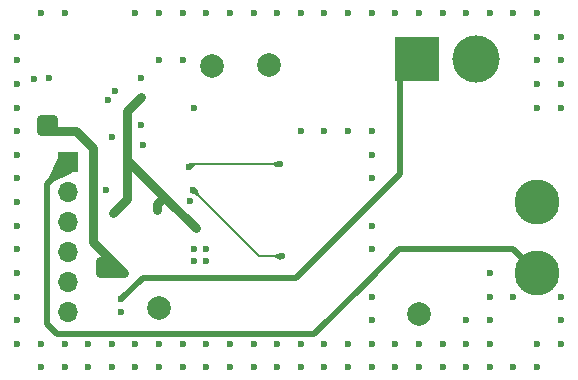
<source format=gbl>
G04 #@! TF.GenerationSoftware,KiCad,Pcbnew,8.0.1*
G04 #@! TF.CreationDate,2024-09-12T17:08:19-04:00*
G04 #@! TF.ProjectId,cutdown,63757464-6f77-46e2-9e6b-696361645f70,rev?*
G04 #@! TF.SameCoordinates,Original*
G04 #@! TF.FileFunction,Copper,L4,Bot*
G04 #@! TF.FilePolarity,Positive*
%FSLAX46Y46*%
G04 Gerber Fmt 4.6, Leading zero omitted, Abs format (unit mm)*
G04 Created by KiCad (PCBNEW 8.0.1) date 2024-09-12 17:08:19*
%MOMM*%
%LPD*%
G01*
G04 APERTURE LIST*
G04 #@! TA.AperFunction,ComponentPad*
%ADD10C,2.000000*%
G04 #@! TD*
G04 #@! TA.AperFunction,ComponentPad*
%ADD11R,3.800000X3.800000*%
G04 #@! TD*
G04 #@! TA.AperFunction,ComponentPad*
%ADD12C,4.000000*%
G04 #@! TD*
G04 #@! TA.AperFunction,ComponentPad*
%ADD13C,3.800000*%
G04 #@! TD*
G04 #@! TA.AperFunction,ComponentPad*
%ADD14R,1.700000X1.700000*%
G04 #@! TD*
G04 #@! TA.AperFunction,ComponentPad*
%ADD15O,1.700000X1.700000*%
G04 #@! TD*
G04 #@! TA.AperFunction,ViaPad*
%ADD16C,0.600000*%
G04 #@! TD*
G04 #@! TA.AperFunction,Conductor*
%ADD17C,0.500000*%
G04 #@! TD*
G04 #@! TA.AperFunction,Conductor*
%ADD18C,0.800000*%
G04 #@! TD*
G04 #@! TA.AperFunction,Conductor*
%ADD19C,0.200000*%
G04 #@! TD*
G04 APERTURE END LIST*
D10*
X132500000Y-93500000D03*
X150000000Y-114500000D03*
X137324129Y-93421197D03*
D11*
X149800000Y-92900000D03*
D12*
X154800000Y-92900000D03*
D13*
X160000000Y-105000000D03*
D14*
X120300000Y-101650000D03*
D15*
X120300000Y-104190000D03*
X120300000Y-106730000D03*
X120300000Y-109270000D03*
X120300000Y-111810000D03*
X120300000Y-114350000D03*
D10*
X128000000Y-114000000D03*
D13*
X160000000Y-111000000D03*
D16*
X124800000Y-113200000D03*
X116000000Y-107000000D03*
X146000000Y-107000000D03*
X156000000Y-113000000D03*
X148000000Y-88974136D03*
X131000000Y-109000000D03*
X146000000Y-117000000D03*
X128000000Y-89000000D03*
X146000000Y-114986354D03*
X154000000Y-115000000D03*
X126000000Y-89000000D03*
X160000000Y-97000000D03*
X138000000Y-119000000D03*
X152000000Y-119000000D03*
X136000000Y-119000000D03*
X116000000Y-97000000D03*
X141925000Y-98950000D03*
X160000000Y-117000000D03*
X148000000Y-119000000D03*
X116000000Y-95000000D03*
X128000000Y-119000000D03*
X160000000Y-119000000D03*
X138000000Y-117000000D03*
X132000000Y-110000000D03*
X126500000Y-94500000D03*
X162000000Y-91000000D03*
X146000000Y-89000000D03*
X116000000Y-103000000D03*
X117400000Y-94600000D03*
X124800000Y-114300000D03*
X118662500Y-94512500D03*
X148000000Y-117000000D03*
X142000000Y-119000000D03*
X120000000Y-89000000D03*
X146000000Y-119000000D03*
X156000000Y-115000000D03*
X130650000Y-104950000D03*
X156000000Y-89000000D03*
X128000000Y-93000000D03*
X126000000Y-116999999D03*
X116000000Y-101000000D03*
X116000000Y-117000000D03*
X124000000Y-99500000D03*
X123500000Y-104000000D03*
X146000000Y-103000000D03*
X116000000Y-115000000D03*
X132000000Y-117000000D03*
X124300000Y-95600000D03*
X146000000Y-101000000D03*
X134000000Y-119000000D03*
X124000000Y-117000000D03*
X162000000Y-113000000D03*
X152000000Y-89000000D03*
X132000000Y-119000000D03*
X152000000Y-117000000D03*
X154000000Y-119000000D03*
X116000000Y-109000000D03*
X150000000Y-89000000D03*
X128000000Y-117000000D03*
X160000000Y-93000000D03*
X122000000Y-119000000D03*
X116000000Y-99000000D03*
X126000000Y-119000000D03*
X138000000Y-89000000D03*
X140000000Y-119000000D03*
X146000000Y-109000000D03*
X130000000Y-89000000D03*
X144000000Y-89000000D03*
X156000000Y-111000000D03*
X140000000Y-117000000D03*
X158000000Y-119000000D03*
X131000000Y-110000000D03*
X118000000Y-89000000D03*
X158000000Y-89000000D03*
X118000000Y-119000000D03*
X126600000Y-100200000D03*
X126500000Y-98500000D03*
X146000000Y-99000000D03*
X132000000Y-109000000D03*
X150000000Y-117000000D03*
X123700000Y-96400000D03*
X142000000Y-117000000D03*
X116000000Y-111000000D03*
X140000000Y-99000000D03*
X118000000Y-117000000D03*
X160000000Y-95000000D03*
X130000000Y-93000000D03*
X130000000Y-117000000D03*
X156000000Y-117000000D03*
X116000000Y-91000000D03*
X120000000Y-117000000D03*
X158000000Y-113000000D03*
X156000000Y-119000000D03*
X160000000Y-89000000D03*
X136000000Y-117000000D03*
X122000000Y-117000000D03*
X150000000Y-119000000D03*
X116000000Y-93000000D03*
X162000000Y-117000000D03*
X162000000Y-95000000D03*
X160000000Y-91000000D03*
X154000000Y-117000000D03*
X144000000Y-117000000D03*
X124000000Y-119000000D03*
X134000000Y-89000000D03*
X136000000Y-89000000D03*
X120000000Y-119000000D03*
X144000000Y-119000000D03*
X130000000Y-119000000D03*
X116000000Y-105000000D03*
X154000000Y-89000000D03*
X162000000Y-115000000D03*
X162000000Y-93000000D03*
X142000000Y-89000000D03*
X134000000Y-116999999D03*
X131000000Y-97000000D03*
X140000000Y-89000000D03*
X116000000Y-113000000D03*
X132000000Y-89000000D03*
X162000000Y-97000000D03*
X146000000Y-113000000D03*
X144000000Y-99000000D03*
X127800000Y-105700000D03*
X124100000Y-105900000D03*
X131100000Y-107200000D03*
X126500000Y-96100000D03*
X123000000Y-111000000D03*
X124000000Y-110000000D03*
X124000000Y-111000000D03*
X119000000Y-98000000D03*
X119000000Y-99000000D03*
X118000000Y-99000000D03*
X125000000Y-111000000D03*
X123000000Y-110000000D03*
X118000000Y-98000000D03*
X138200000Y-101800000D03*
X130500000Y-102000000D03*
X138400000Y-109600000D03*
X130900000Y-104000000D03*
D17*
X148400000Y-102600000D02*
X148400000Y-92200000D01*
X139600000Y-111400000D02*
X148400000Y-102600000D01*
X124800000Y-113200000D02*
X126600000Y-111400000D01*
X126600000Y-111400000D02*
X139600000Y-111400000D01*
D18*
X126500000Y-102600000D02*
X128450000Y-104550000D01*
X125300000Y-101400000D02*
X126500000Y-102600000D01*
X127800000Y-105200000D02*
X127800000Y-105700000D01*
X128450000Y-104550000D02*
X127800000Y-105200000D01*
X125300000Y-101400000D02*
X125300000Y-104700000D01*
X125300000Y-97300000D02*
X125300000Y-101400000D01*
X128450000Y-104550000D02*
X131100000Y-107200000D01*
X125300000Y-104700000D02*
X124100000Y-105900000D01*
X126500000Y-96100000D02*
X125300000Y-97300000D01*
D17*
X119400000Y-116200000D02*
X141150000Y-116200000D01*
X120300000Y-101650000D02*
X118500000Y-103450000D01*
X145675000Y-111675000D02*
X148350000Y-109000000D01*
X148350000Y-109000000D02*
X158000000Y-109000000D01*
X118500000Y-115300000D02*
X119400000Y-116200000D01*
X158000000Y-109000000D02*
X160000000Y-111000000D01*
X118500000Y-103450000D02*
X118500000Y-115300000D01*
X141150000Y-116200000D02*
X145675000Y-111675000D01*
D18*
X123000000Y-111000000D02*
X124000000Y-111000000D01*
X125000000Y-111000000D02*
X124000000Y-111000000D01*
X118000000Y-98000000D02*
X119000000Y-98000000D01*
X118000000Y-98000000D02*
X119000000Y-99000000D01*
X123000000Y-111000000D02*
X123000000Y-110000000D01*
X121000000Y-99000000D02*
X119000000Y-99000000D01*
X119000000Y-99000000D02*
X119000000Y-98000000D01*
X122400000Y-100400000D02*
X121000000Y-99000000D01*
X124000000Y-110000000D02*
X122400000Y-108400000D01*
X119000000Y-99000000D02*
X118000000Y-99000000D01*
X118000000Y-98000000D02*
X118000000Y-99000000D01*
X122400000Y-108400000D02*
X122400000Y-100400000D01*
X124000000Y-110000000D02*
X123000000Y-111000000D01*
X124000000Y-111000000D02*
X124000000Y-110000000D01*
X124000000Y-110000000D02*
X125000000Y-111000000D01*
X123000000Y-110000000D02*
X124000000Y-111000000D01*
X123000000Y-110000000D02*
X124000000Y-110000000D01*
D19*
X130500000Y-102000000D02*
X130700000Y-101800000D01*
X130700000Y-101800000D02*
X138200000Y-101800000D01*
X138400000Y-109600000D02*
X136500000Y-109600000D01*
X136500000Y-109600000D02*
X130900000Y-104000000D01*
G04 #@! TA.AperFunction,Conductor*
G36*
X119460241Y-101302148D02*
G01*
X120296216Y-101647438D01*
X120302553Y-101653763D01*
X120302562Y-101653784D01*
X120647851Y-102489758D01*
X120647842Y-102498713D01*
X120642085Y-102504780D01*
X119033203Y-103274245D01*
X119024261Y-103274723D01*
X119019882Y-103271963D01*
X118678036Y-102930117D01*
X118674609Y-102921844D01*
X118675753Y-102916798D01*
X119445219Y-101307913D01*
X119451880Y-101301929D01*
X119460241Y-101302148D01*
G37*
G04 #@! TD.AperFunction*
G04 #@! TA.AperFunction,Conductor*
G36*
X131016811Y-101703427D02*
G01*
X131020238Y-101711700D01*
X131020238Y-101895198D01*
X131016865Y-101903417D01*
X130720386Y-102203770D01*
X130712135Y-102207251D01*
X130703840Y-102203878D01*
X130703805Y-102203844D01*
X130502462Y-102003446D01*
X130499016Y-101995181D01*
X130499016Y-101995114D01*
X130499961Y-101711661D01*
X130503415Y-101703399D01*
X130511661Y-101700000D01*
X131008538Y-101700000D01*
X131016811Y-101703427D01*
G37*
G04 #@! TD.AperFunction*
G04 #@! TA.AperFunction,Conductor*
G36*
X138083641Y-101527050D02*
G01*
X138089503Y-101533148D01*
X138199115Y-101795489D01*
X138199142Y-101804444D01*
X138199115Y-101804511D01*
X138089503Y-102066851D01*
X138083151Y-102073163D01*
X138074694Y-102073329D01*
X137940947Y-102024493D01*
X137607687Y-101902806D01*
X137601091Y-101896750D01*
X137600000Y-101891816D01*
X137600000Y-101708183D01*
X137603427Y-101699910D01*
X137607687Y-101697193D01*
X138074697Y-101526669D01*
X138083641Y-101527050D01*
G37*
G04 #@! TD.AperFunction*
G04 #@! TA.AperFunction,Conductor*
G36*
X138283641Y-109327050D02*
G01*
X138289503Y-109333148D01*
X138399115Y-109595489D01*
X138399142Y-109604444D01*
X138399115Y-109604511D01*
X138289503Y-109866851D01*
X138283151Y-109873163D01*
X138274694Y-109873329D01*
X138140947Y-109824493D01*
X137807687Y-109702806D01*
X137801091Y-109696750D01*
X137800000Y-109691816D01*
X137800000Y-109508183D01*
X137803427Y-109499910D01*
X137807687Y-109497193D01*
X138274697Y-109326669D01*
X138283641Y-109327050D01*
G37*
G04 #@! TD.AperFunction*
G04 #@! TA.AperFunction,Conductor*
G36*
X131175779Y-103889467D02*
G01*
X131181877Y-103895329D01*
X131391523Y-104346132D01*
X131391904Y-104355079D01*
X131389187Y-104359339D01*
X131259339Y-104489187D01*
X131251066Y-104492614D01*
X131246132Y-104491523D01*
X130952736Y-104355079D01*
X130795328Y-104281876D01*
X130789273Y-104275281D01*
X130789439Y-104266825D01*
X130897436Y-104003814D01*
X130903746Y-103997464D01*
X131166825Y-103889440D01*
X131175779Y-103889467D01*
G37*
G04 #@! TD.AperFunction*
M02*

</source>
